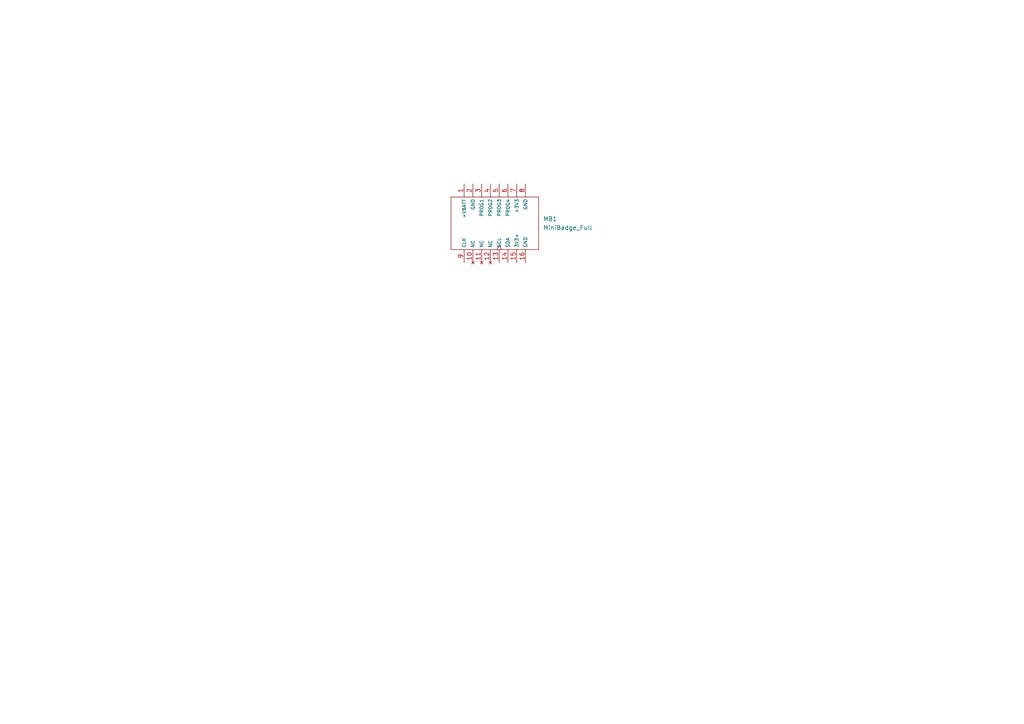
<source format=kicad_sch>
(kicad_sch (version 20250114) (generator "eeschema") (generator_version "9.0")
  (paper "A4")
  (lib_symbols
    (symbol "MiniBadge:MiniBadge_Full"
      (property "Reference" "MB" (at 8.89 0 0))
      (property "Value" "MiniBadge_Full" (at -10.16 0 0))
      (symbol "MiniBadge_Full_0_1"
        (rectangle (start -12.7 7.62) (end 12.7 -7.62))
      )
      (symbol "MiniBadge_Full_1_1"
        (pin power_out line (at -8.89 11.43 270) (length 3.81) (name "+VBATT") (number "1"))
        (pin output line (at -8.89 -11.43 90) (length 3.81) (name "CLK") (number "9"))
        (pin power_out line (at -6.35 11.43 270) (length 3.81) (name "GND") (number "2"))
        (pin no_connect line (at -6.35 -11.43 90) (length 3.81) (name "NC") (number "10"))
        (pin bidirectional line (at -3.81 11.43 270) (length 3.81) (name "PROG1") (number "3"))
        (pin no_connect line (at -3.81 -11.43 90) (length 3.81) (name "NC") (number "11"))
        (pin bidirectional line (at -1.27 11.43 270) (length 3.81) (name "PROG2") (number "4"))
        (pin no_connect line (at -1.27 -11.43 90) (length 3.81) (name "NC") (number "12"))
        (pin bidirectional line (at 1.27 11.43 270) (length 3.81) (name "PROG3") (number "5"))
        (pin bidirectional clock (at 1.27 -11.43 90) (length 3.81) (name "SCL") (number "13"))
        (pin bidirectional line (at 3.81 11.43 270) (length 3.81) (name "PROG4") (number "6"))
        (pin output line (at 3.81 -11.43 90) (length 3.81) (name "SDA") (number "14"))
        (pin power_out line (at 6.35 11.43 270) (length 3.81) (name "+3V3") (number "7"))
        (pin power_out line (at 6.35 -11.43 90) (length 3.81) (name "3V3+") (number "15"))
        (pin power_out line (at 8.89 11.43 270) (length 3.81) (name "GND") (number "8"))
        (pin power_out line (at 8.89 -11.43 90) (length 3.81) (name "GND") (number "16"))
      )
    )
  )
  (symbol (lib_id "MiniBadge:MiniBadge_Full") (at 143.51 64.77 0) (unit 1)
    (property "Reference" "MB1" (at 157.48 63.4999 0) (effects (justify left)))
    (property "Value" "MiniBadge_Full" (at 157.48 66.0399 0) (effects (justify left)))
  )
)
</source>
